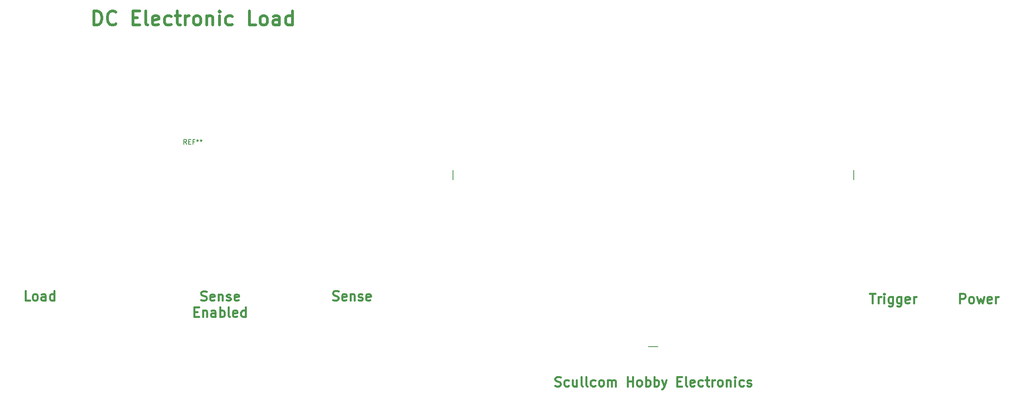
<source format=gbr>
%TF.GenerationSoftware,KiCad,Pcbnew,4.0.7-e2-6376~58~ubuntu16.04.1*%
%TF.CreationDate,2018-07-14T16:43:45-07:00*%
%TF.ProjectId,dcload,64636C6F61642E6B696361645F706362,rev?*%
%TF.FileFunction,Legend,Top*%
%FSLAX46Y46*%
G04 Gerber Fmt 4.6, Leading zero omitted, Abs format (unit mm)*
G04 Created by KiCad (PCBNEW 4.0.7-e2-6376~58~ubuntu16.04.1) date Sat Jul 14 16:43:45 2018*
%MOMM*%
%LPD*%
G01*
G04 APERTURE LIST*
%ADD10C,0.100000*%
%ADD11C,0.450000*%
%ADD12C,0.600000*%
%ADD13C,0.150000*%
G04 APERTURE END LIST*
D10*
D11*
X156190474Y-101059524D02*
X156476189Y-101154762D01*
X156952379Y-101154762D01*
X157142855Y-101059524D01*
X157238093Y-100964286D01*
X157333332Y-100773810D01*
X157333332Y-100583333D01*
X157238093Y-100392857D01*
X157142855Y-100297619D01*
X156952379Y-100202381D01*
X156571427Y-100107143D01*
X156380951Y-100011905D01*
X156285712Y-99916667D01*
X156190474Y-99726190D01*
X156190474Y-99535714D01*
X156285712Y-99345238D01*
X156380951Y-99250000D01*
X156571427Y-99154762D01*
X157047617Y-99154762D01*
X157333332Y-99250000D01*
X159047617Y-101059524D02*
X158857141Y-101154762D01*
X158476189Y-101154762D01*
X158285713Y-101059524D01*
X158190474Y-100964286D01*
X158095236Y-100773810D01*
X158095236Y-100202381D01*
X158190474Y-100011905D01*
X158285713Y-99916667D01*
X158476189Y-99821429D01*
X158857141Y-99821429D01*
X159047617Y-99916667D01*
X160761903Y-99821429D02*
X160761903Y-101154762D01*
X159904760Y-99821429D02*
X159904760Y-100869048D01*
X159999999Y-101059524D01*
X160190475Y-101154762D01*
X160476189Y-101154762D01*
X160666665Y-101059524D01*
X160761903Y-100964286D01*
X161999999Y-101154762D02*
X161809523Y-101059524D01*
X161714284Y-100869048D01*
X161714284Y-99154762D01*
X163047618Y-101154762D02*
X162857142Y-101059524D01*
X162761903Y-100869048D01*
X162761903Y-99154762D01*
X164666665Y-101059524D02*
X164476189Y-101154762D01*
X164095237Y-101154762D01*
X163904761Y-101059524D01*
X163809522Y-100964286D01*
X163714284Y-100773810D01*
X163714284Y-100202381D01*
X163809522Y-100011905D01*
X163904761Y-99916667D01*
X164095237Y-99821429D01*
X164476189Y-99821429D01*
X164666665Y-99916667D01*
X165809523Y-101154762D02*
X165619047Y-101059524D01*
X165523808Y-100964286D01*
X165428570Y-100773810D01*
X165428570Y-100202381D01*
X165523808Y-100011905D01*
X165619047Y-99916667D01*
X165809523Y-99821429D01*
X166095237Y-99821429D01*
X166285713Y-99916667D01*
X166380951Y-100011905D01*
X166476189Y-100202381D01*
X166476189Y-100773810D01*
X166380951Y-100964286D01*
X166285713Y-101059524D01*
X166095237Y-101154762D01*
X165809523Y-101154762D01*
X167333332Y-101154762D02*
X167333332Y-99821429D01*
X167333332Y-100011905D02*
X167428571Y-99916667D01*
X167619047Y-99821429D01*
X167904761Y-99821429D01*
X168095237Y-99916667D01*
X168190475Y-100107143D01*
X168190475Y-101154762D01*
X168190475Y-100107143D02*
X168285713Y-99916667D01*
X168476190Y-99821429D01*
X168761904Y-99821429D01*
X168952380Y-99916667D01*
X169047618Y-100107143D01*
X169047618Y-101154762D01*
X171523809Y-101154762D02*
X171523809Y-99154762D01*
X171523809Y-100107143D02*
X172666667Y-100107143D01*
X172666667Y-101154762D02*
X172666667Y-99154762D01*
X173904762Y-101154762D02*
X173714286Y-101059524D01*
X173619047Y-100964286D01*
X173523809Y-100773810D01*
X173523809Y-100202381D01*
X173619047Y-100011905D01*
X173714286Y-99916667D01*
X173904762Y-99821429D01*
X174190476Y-99821429D01*
X174380952Y-99916667D01*
X174476190Y-100011905D01*
X174571428Y-100202381D01*
X174571428Y-100773810D01*
X174476190Y-100964286D01*
X174380952Y-101059524D01*
X174190476Y-101154762D01*
X173904762Y-101154762D01*
X175428571Y-101154762D02*
X175428571Y-99154762D01*
X175428571Y-99916667D02*
X175619048Y-99821429D01*
X176000000Y-99821429D01*
X176190476Y-99916667D01*
X176285714Y-100011905D01*
X176380952Y-100202381D01*
X176380952Y-100773810D01*
X176285714Y-100964286D01*
X176190476Y-101059524D01*
X176000000Y-101154762D01*
X175619048Y-101154762D01*
X175428571Y-101059524D01*
X177238095Y-101154762D02*
X177238095Y-99154762D01*
X177238095Y-99916667D02*
X177428572Y-99821429D01*
X177809524Y-99821429D01*
X178000000Y-99916667D01*
X178095238Y-100011905D01*
X178190476Y-100202381D01*
X178190476Y-100773810D01*
X178095238Y-100964286D01*
X178000000Y-101059524D01*
X177809524Y-101154762D01*
X177428572Y-101154762D01*
X177238095Y-101059524D01*
X178857143Y-99821429D02*
X179333334Y-101154762D01*
X179809524Y-99821429D02*
X179333334Y-101154762D01*
X179142858Y-101630952D01*
X179047619Y-101726190D01*
X178857143Y-101821429D01*
X182095239Y-100107143D02*
X182761906Y-100107143D01*
X183047620Y-101154762D02*
X182095239Y-101154762D01*
X182095239Y-99154762D01*
X183047620Y-99154762D01*
X184190478Y-101154762D02*
X184000002Y-101059524D01*
X183904763Y-100869048D01*
X183904763Y-99154762D01*
X185714287Y-101059524D02*
X185523811Y-101154762D01*
X185142859Y-101154762D01*
X184952382Y-101059524D01*
X184857144Y-100869048D01*
X184857144Y-100107143D01*
X184952382Y-99916667D01*
X185142859Y-99821429D01*
X185523811Y-99821429D01*
X185714287Y-99916667D01*
X185809525Y-100107143D01*
X185809525Y-100297619D01*
X184857144Y-100488095D01*
X187523811Y-101059524D02*
X187333335Y-101154762D01*
X186952383Y-101154762D01*
X186761907Y-101059524D01*
X186666668Y-100964286D01*
X186571430Y-100773810D01*
X186571430Y-100202381D01*
X186666668Y-100011905D01*
X186761907Y-99916667D01*
X186952383Y-99821429D01*
X187333335Y-99821429D01*
X187523811Y-99916667D01*
X188095240Y-99821429D02*
X188857145Y-99821429D01*
X188380954Y-99154762D02*
X188380954Y-100869048D01*
X188476193Y-101059524D01*
X188666669Y-101154762D01*
X188857145Y-101154762D01*
X189523811Y-101154762D02*
X189523811Y-99821429D01*
X189523811Y-100202381D02*
X189619050Y-100011905D01*
X189714288Y-99916667D01*
X189904764Y-99821429D01*
X190095240Y-99821429D01*
X191047621Y-101154762D02*
X190857145Y-101059524D01*
X190761906Y-100964286D01*
X190666668Y-100773810D01*
X190666668Y-100202381D01*
X190761906Y-100011905D01*
X190857145Y-99916667D01*
X191047621Y-99821429D01*
X191333335Y-99821429D01*
X191523811Y-99916667D01*
X191619049Y-100011905D01*
X191714287Y-100202381D01*
X191714287Y-100773810D01*
X191619049Y-100964286D01*
X191523811Y-101059524D01*
X191333335Y-101154762D01*
X191047621Y-101154762D01*
X192571430Y-99821429D02*
X192571430Y-101154762D01*
X192571430Y-100011905D02*
X192666669Y-99916667D01*
X192857145Y-99821429D01*
X193142859Y-99821429D01*
X193333335Y-99916667D01*
X193428573Y-100107143D01*
X193428573Y-101154762D01*
X194380954Y-101154762D02*
X194380954Y-99821429D01*
X194380954Y-99154762D02*
X194285716Y-99250000D01*
X194380954Y-99345238D01*
X194476193Y-99250000D01*
X194380954Y-99154762D01*
X194380954Y-99345238D01*
X196190478Y-101059524D02*
X196000002Y-101154762D01*
X195619050Y-101154762D01*
X195428574Y-101059524D01*
X195333335Y-100964286D01*
X195238097Y-100773810D01*
X195238097Y-100202381D01*
X195333335Y-100011905D01*
X195428574Y-99916667D01*
X195619050Y-99821429D01*
X196000002Y-99821429D01*
X196190478Y-99916667D01*
X196952383Y-101059524D02*
X197142860Y-101154762D01*
X197523812Y-101154762D01*
X197714288Y-101059524D01*
X197809526Y-100869048D01*
X197809526Y-100773810D01*
X197714288Y-100583333D01*
X197523812Y-100488095D01*
X197238098Y-100488095D01*
X197047621Y-100392857D01*
X196952383Y-100202381D01*
X196952383Y-100107143D01*
X197047621Y-99916667D01*
X197238098Y-99821429D01*
X197523812Y-99821429D01*
X197714288Y-99916667D01*
D12*
X58178571Y-24357143D02*
X58178571Y-21357143D01*
X58892856Y-21357143D01*
X59321428Y-21500000D01*
X59607142Y-21785714D01*
X59749999Y-22071429D01*
X59892856Y-22642857D01*
X59892856Y-23071429D01*
X59749999Y-23642857D01*
X59607142Y-23928571D01*
X59321428Y-24214286D01*
X58892856Y-24357143D01*
X58178571Y-24357143D01*
X62892856Y-24071429D02*
X62749999Y-24214286D01*
X62321428Y-24357143D01*
X62035714Y-24357143D01*
X61607142Y-24214286D01*
X61321428Y-23928571D01*
X61178571Y-23642857D01*
X61035714Y-23071429D01*
X61035714Y-22642857D01*
X61178571Y-22071429D01*
X61321428Y-21785714D01*
X61607142Y-21500000D01*
X62035714Y-21357143D01*
X62321428Y-21357143D01*
X62749999Y-21500000D01*
X62892856Y-21642857D01*
X66464285Y-22785714D02*
X67464285Y-22785714D01*
X67892856Y-24357143D02*
X66464285Y-24357143D01*
X66464285Y-21357143D01*
X67892856Y-21357143D01*
X69607142Y-24357143D02*
X69321428Y-24214286D01*
X69178571Y-23928571D01*
X69178571Y-21357143D01*
X71892857Y-24214286D02*
X71607143Y-24357143D01*
X71035714Y-24357143D01*
X70750000Y-24214286D01*
X70607143Y-23928571D01*
X70607143Y-22785714D01*
X70750000Y-22500000D01*
X71035714Y-22357143D01*
X71607143Y-22357143D01*
X71892857Y-22500000D01*
X72035714Y-22785714D01*
X72035714Y-23071429D01*
X70607143Y-23357143D01*
X74607143Y-24214286D02*
X74321429Y-24357143D01*
X73750000Y-24357143D01*
X73464286Y-24214286D01*
X73321429Y-24071429D01*
X73178572Y-23785714D01*
X73178572Y-22928571D01*
X73321429Y-22642857D01*
X73464286Y-22500000D01*
X73750000Y-22357143D01*
X74321429Y-22357143D01*
X74607143Y-22500000D01*
X75464286Y-22357143D02*
X76607143Y-22357143D01*
X75892858Y-21357143D02*
X75892858Y-23928571D01*
X76035715Y-24214286D01*
X76321429Y-24357143D01*
X76607143Y-24357143D01*
X77607144Y-24357143D02*
X77607144Y-22357143D01*
X77607144Y-22928571D02*
X77750001Y-22642857D01*
X77892858Y-22500000D01*
X78178572Y-22357143D01*
X78464287Y-22357143D01*
X79892858Y-24357143D02*
X79607144Y-24214286D01*
X79464287Y-24071429D01*
X79321430Y-23785714D01*
X79321430Y-22928571D01*
X79464287Y-22642857D01*
X79607144Y-22500000D01*
X79892858Y-22357143D01*
X80321430Y-22357143D01*
X80607144Y-22500000D01*
X80750001Y-22642857D01*
X80892858Y-22928571D01*
X80892858Y-23785714D01*
X80750001Y-24071429D01*
X80607144Y-24214286D01*
X80321430Y-24357143D01*
X79892858Y-24357143D01*
X82178573Y-22357143D02*
X82178573Y-24357143D01*
X82178573Y-22642857D02*
X82321430Y-22500000D01*
X82607144Y-22357143D01*
X83035716Y-22357143D01*
X83321430Y-22500000D01*
X83464287Y-22785714D01*
X83464287Y-24357143D01*
X84892859Y-24357143D02*
X84892859Y-22357143D01*
X84892859Y-21357143D02*
X84750002Y-21500000D01*
X84892859Y-21642857D01*
X85035716Y-21500000D01*
X84892859Y-21357143D01*
X84892859Y-21642857D01*
X87607144Y-24214286D02*
X87321430Y-24357143D01*
X86750001Y-24357143D01*
X86464287Y-24214286D01*
X86321430Y-24071429D01*
X86178573Y-23785714D01*
X86178573Y-22928571D01*
X86321430Y-22642857D01*
X86464287Y-22500000D01*
X86750001Y-22357143D01*
X87321430Y-22357143D01*
X87607144Y-22500000D01*
X92607144Y-24357143D02*
X91178573Y-24357143D01*
X91178573Y-21357143D01*
X94035715Y-24357143D02*
X93750001Y-24214286D01*
X93607144Y-24071429D01*
X93464287Y-23785714D01*
X93464287Y-22928571D01*
X93607144Y-22642857D01*
X93750001Y-22500000D01*
X94035715Y-22357143D01*
X94464287Y-22357143D01*
X94750001Y-22500000D01*
X94892858Y-22642857D01*
X95035715Y-22928571D01*
X95035715Y-23785714D01*
X94892858Y-24071429D01*
X94750001Y-24214286D01*
X94464287Y-24357143D01*
X94035715Y-24357143D01*
X97607144Y-24357143D02*
X97607144Y-22785714D01*
X97464287Y-22500000D01*
X97178573Y-22357143D01*
X96607144Y-22357143D01*
X96321430Y-22500000D01*
X97607144Y-24214286D02*
X97321430Y-24357143D01*
X96607144Y-24357143D01*
X96321430Y-24214286D01*
X96178573Y-23928571D01*
X96178573Y-23642857D01*
X96321430Y-23357143D01*
X96607144Y-23214286D01*
X97321430Y-23214286D01*
X97607144Y-23071429D01*
X100321430Y-24357143D02*
X100321430Y-21357143D01*
X100321430Y-24214286D02*
X100035716Y-24357143D01*
X99464287Y-24357143D01*
X99178573Y-24214286D01*
X99035716Y-24071429D01*
X98892859Y-23785714D01*
X98892859Y-22928571D01*
X99035716Y-22642857D01*
X99178573Y-22500000D01*
X99464287Y-22357143D01*
X100035716Y-22357143D01*
X100321430Y-22500000D01*
D11*
X80999999Y-82834524D02*
X81285714Y-82929762D01*
X81761904Y-82929762D01*
X81952380Y-82834524D01*
X82047618Y-82739286D01*
X82142857Y-82548810D01*
X82142857Y-82358333D01*
X82047618Y-82167857D01*
X81952380Y-82072619D01*
X81761904Y-81977381D01*
X81380952Y-81882143D01*
X81190476Y-81786905D01*
X81095237Y-81691667D01*
X80999999Y-81501190D01*
X80999999Y-81310714D01*
X81095237Y-81120238D01*
X81190476Y-81025000D01*
X81380952Y-80929762D01*
X81857142Y-80929762D01*
X82142857Y-81025000D01*
X83761904Y-82834524D02*
X83571428Y-82929762D01*
X83190476Y-82929762D01*
X82999999Y-82834524D01*
X82904761Y-82644048D01*
X82904761Y-81882143D01*
X82999999Y-81691667D01*
X83190476Y-81596429D01*
X83571428Y-81596429D01*
X83761904Y-81691667D01*
X83857142Y-81882143D01*
X83857142Y-82072619D01*
X82904761Y-82263095D01*
X84714285Y-81596429D02*
X84714285Y-82929762D01*
X84714285Y-81786905D02*
X84809524Y-81691667D01*
X85000000Y-81596429D01*
X85285714Y-81596429D01*
X85476190Y-81691667D01*
X85571428Y-81882143D01*
X85571428Y-82929762D01*
X86428571Y-82834524D02*
X86619048Y-82929762D01*
X87000000Y-82929762D01*
X87190476Y-82834524D01*
X87285714Y-82644048D01*
X87285714Y-82548810D01*
X87190476Y-82358333D01*
X87000000Y-82263095D01*
X86714286Y-82263095D01*
X86523809Y-82167857D01*
X86428571Y-81977381D01*
X86428571Y-81882143D01*
X86523809Y-81691667D01*
X86714286Y-81596429D01*
X87000000Y-81596429D01*
X87190476Y-81691667D01*
X88904762Y-82834524D02*
X88714286Y-82929762D01*
X88333334Y-82929762D01*
X88142857Y-82834524D01*
X88047619Y-82644048D01*
X88047619Y-81882143D01*
X88142857Y-81691667D01*
X88333334Y-81596429D01*
X88714286Y-81596429D01*
X88904762Y-81691667D01*
X89000000Y-81882143D01*
X89000000Y-82072619D01*
X88047619Y-82263095D01*
X79571428Y-85332143D02*
X80238095Y-85332143D01*
X80523809Y-86379762D02*
X79571428Y-86379762D01*
X79571428Y-84379762D01*
X80523809Y-84379762D01*
X81380952Y-85046429D02*
X81380952Y-86379762D01*
X81380952Y-85236905D02*
X81476191Y-85141667D01*
X81666667Y-85046429D01*
X81952381Y-85046429D01*
X82142857Y-85141667D01*
X82238095Y-85332143D01*
X82238095Y-86379762D01*
X84047619Y-86379762D02*
X84047619Y-85332143D01*
X83952381Y-85141667D01*
X83761905Y-85046429D01*
X83380953Y-85046429D01*
X83190476Y-85141667D01*
X84047619Y-86284524D02*
X83857143Y-86379762D01*
X83380953Y-86379762D01*
X83190476Y-86284524D01*
X83095238Y-86094048D01*
X83095238Y-85903571D01*
X83190476Y-85713095D01*
X83380953Y-85617857D01*
X83857143Y-85617857D01*
X84047619Y-85522619D01*
X85000000Y-86379762D02*
X85000000Y-84379762D01*
X85000000Y-85141667D02*
X85190477Y-85046429D01*
X85571429Y-85046429D01*
X85761905Y-85141667D01*
X85857143Y-85236905D01*
X85952381Y-85427381D01*
X85952381Y-85998810D01*
X85857143Y-86189286D01*
X85761905Y-86284524D01*
X85571429Y-86379762D01*
X85190477Y-86379762D01*
X85000000Y-86284524D01*
X87095239Y-86379762D02*
X86904763Y-86284524D01*
X86809524Y-86094048D01*
X86809524Y-84379762D01*
X88619048Y-86284524D02*
X88428572Y-86379762D01*
X88047620Y-86379762D01*
X87857143Y-86284524D01*
X87761905Y-86094048D01*
X87761905Y-85332143D01*
X87857143Y-85141667D01*
X88047620Y-85046429D01*
X88428572Y-85046429D01*
X88619048Y-85141667D01*
X88714286Y-85332143D01*
X88714286Y-85522619D01*
X87761905Y-85713095D01*
X90428572Y-86379762D02*
X90428572Y-84379762D01*
X90428572Y-86284524D02*
X90238096Y-86379762D01*
X89857144Y-86379762D01*
X89666668Y-86284524D01*
X89571429Y-86189286D01*
X89476191Y-85998810D01*
X89476191Y-85427381D01*
X89571429Y-85236905D01*
X89666668Y-85141667D01*
X89857144Y-85046429D01*
X90238096Y-85046429D01*
X90428572Y-85141667D01*
X44654761Y-82904762D02*
X43702380Y-82904762D01*
X43702380Y-80904762D01*
X45607143Y-82904762D02*
X45416667Y-82809524D01*
X45321428Y-82714286D01*
X45226190Y-82523810D01*
X45226190Y-81952381D01*
X45321428Y-81761905D01*
X45416667Y-81666667D01*
X45607143Y-81571429D01*
X45892857Y-81571429D01*
X46083333Y-81666667D01*
X46178571Y-81761905D01*
X46273809Y-81952381D01*
X46273809Y-82523810D01*
X46178571Y-82714286D01*
X46083333Y-82809524D01*
X45892857Y-82904762D01*
X45607143Y-82904762D01*
X47988095Y-82904762D02*
X47988095Y-81857143D01*
X47892857Y-81666667D01*
X47702381Y-81571429D01*
X47321429Y-81571429D01*
X47130952Y-81666667D01*
X47988095Y-82809524D02*
X47797619Y-82904762D01*
X47321429Y-82904762D01*
X47130952Y-82809524D01*
X47035714Y-82619048D01*
X47035714Y-82428571D01*
X47130952Y-82238095D01*
X47321429Y-82142857D01*
X47797619Y-82142857D01*
X47988095Y-82047619D01*
X49797619Y-82904762D02*
X49797619Y-80904762D01*
X49797619Y-82809524D02*
X49607143Y-82904762D01*
X49226191Y-82904762D01*
X49035715Y-82809524D01*
X48940476Y-82714286D01*
X48845238Y-82523810D01*
X48845238Y-81952381D01*
X48940476Y-81761905D01*
X49035715Y-81666667D01*
X49226191Y-81571429D01*
X49607143Y-81571429D01*
X49797619Y-81666667D01*
X108999999Y-82809524D02*
X109285714Y-82904762D01*
X109761904Y-82904762D01*
X109952380Y-82809524D01*
X110047618Y-82714286D01*
X110142857Y-82523810D01*
X110142857Y-82333333D01*
X110047618Y-82142857D01*
X109952380Y-82047619D01*
X109761904Y-81952381D01*
X109380952Y-81857143D01*
X109190476Y-81761905D01*
X109095237Y-81666667D01*
X108999999Y-81476190D01*
X108999999Y-81285714D01*
X109095237Y-81095238D01*
X109190476Y-81000000D01*
X109380952Y-80904762D01*
X109857142Y-80904762D01*
X110142857Y-81000000D01*
X111761904Y-82809524D02*
X111571428Y-82904762D01*
X111190476Y-82904762D01*
X110999999Y-82809524D01*
X110904761Y-82619048D01*
X110904761Y-81857143D01*
X110999999Y-81666667D01*
X111190476Y-81571429D01*
X111571428Y-81571429D01*
X111761904Y-81666667D01*
X111857142Y-81857143D01*
X111857142Y-82047619D01*
X110904761Y-82238095D01*
X112714285Y-81571429D02*
X112714285Y-82904762D01*
X112714285Y-81761905D02*
X112809524Y-81666667D01*
X113000000Y-81571429D01*
X113285714Y-81571429D01*
X113476190Y-81666667D01*
X113571428Y-81857143D01*
X113571428Y-82904762D01*
X114428571Y-82809524D02*
X114619048Y-82904762D01*
X115000000Y-82904762D01*
X115190476Y-82809524D01*
X115285714Y-82619048D01*
X115285714Y-82523810D01*
X115190476Y-82333333D01*
X115000000Y-82238095D01*
X114714286Y-82238095D01*
X114523809Y-82142857D01*
X114428571Y-81952381D01*
X114428571Y-81857143D01*
X114523809Y-81666667D01*
X114714286Y-81571429D01*
X115000000Y-81571429D01*
X115190476Y-81666667D01*
X116904762Y-82809524D02*
X116714286Y-82904762D01*
X116333334Y-82904762D01*
X116142857Y-82809524D01*
X116047619Y-82619048D01*
X116047619Y-81857143D01*
X116142857Y-81666667D01*
X116333334Y-81571429D01*
X116714286Y-81571429D01*
X116904762Y-81666667D01*
X117000000Y-81857143D01*
X117000000Y-82047619D01*
X116047619Y-82238095D01*
X222997619Y-81479762D02*
X224140476Y-81479762D01*
X223569048Y-83479762D02*
X223569048Y-81479762D01*
X224807143Y-83479762D02*
X224807143Y-82146429D01*
X224807143Y-82527381D02*
X224902382Y-82336905D01*
X224997620Y-82241667D01*
X225188096Y-82146429D01*
X225378572Y-82146429D01*
X226045238Y-83479762D02*
X226045238Y-82146429D01*
X226045238Y-81479762D02*
X225950000Y-81575000D01*
X226045238Y-81670238D01*
X226140477Y-81575000D01*
X226045238Y-81479762D01*
X226045238Y-81670238D01*
X227854762Y-82146429D02*
X227854762Y-83765476D01*
X227759524Y-83955952D01*
X227664286Y-84051190D01*
X227473810Y-84146429D01*
X227188096Y-84146429D01*
X226997619Y-84051190D01*
X227854762Y-83384524D02*
X227664286Y-83479762D01*
X227283334Y-83479762D01*
X227092858Y-83384524D01*
X226997619Y-83289286D01*
X226902381Y-83098810D01*
X226902381Y-82527381D01*
X226997619Y-82336905D01*
X227092858Y-82241667D01*
X227283334Y-82146429D01*
X227664286Y-82146429D01*
X227854762Y-82241667D01*
X229664286Y-82146429D02*
X229664286Y-83765476D01*
X229569048Y-83955952D01*
X229473810Y-84051190D01*
X229283334Y-84146429D01*
X228997620Y-84146429D01*
X228807143Y-84051190D01*
X229664286Y-83384524D02*
X229473810Y-83479762D01*
X229092858Y-83479762D01*
X228902382Y-83384524D01*
X228807143Y-83289286D01*
X228711905Y-83098810D01*
X228711905Y-82527381D01*
X228807143Y-82336905D01*
X228902382Y-82241667D01*
X229092858Y-82146429D01*
X229473810Y-82146429D01*
X229664286Y-82241667D01*
X231378572Y-83384524D02*
X231188096Y-83479762D01*
X230807144Y-83479762D01*
X230616667Y-83384524D01*
X230521429Y-83194048D01*
X230521429Y-82432143D01*
X230616667Y-82241667D01*
X230807144Y-82146429D01*
X231188096Y-82146429D01*
X231378572Y-82241667D01*
X231473810Y-82432143D01*
X231473810Y-82622619D01*
X230521429Y-82813095D01*
X232330953Y-83479762D02*
X232330953Y-82146429D01*
X232330953Y-82527381D02*
X232426192Y-82336905D01*
X232521430Y-82241667D01*
X232711906Y-82146429D01*
X232902382Y-82146429D01*
X242122619Y-83479762D02*
X242122619Y-81479762D01*
X242884524Y-81479762D01*
X243075000Y-81575000D01*
X243170239Y-81670238D01*
X243265477Y-81860714D01*
X243265477Y-82146429D01*
X243170239Y-82336905D01*
X243075000Y-82432143D01*
X242884524Y-82527381D01*
X242122619Y-82527381D01*
X244408334Y-83479762D02*
X244217858Y-83384524D01*
X244122619Y-83289286D01*
X244027381Y-83098810D01*
X244027381Y-82527381D01*
X244122619Y-82336905D01*
X244217858Y-82241667D01*
X244408334Y-82146429D01*
X244694048Y-82146429D01*
X244884524Y-82241667D01*
X244979762Y-82336905D01*
X245075000Y-82527381D01*
X245075000Y-83098810D01*
X244979762Y-83289286D01*
X244884524Y-83384524D01*
X244694048Y-83479762D01*
X244408334Y-83479762D01*
X245741667Y-82146429D02*
X246122620Y-83479762D01*
X246503572Y-82527381D01*
X246884524Y-83479762D01*
X247265477Y-82146429D01*
X248789286Y-83384524D02*
X248598810Y-83479762D01*
X248217858Y-83479762D01*
X248027381Y-83384524D01*
X247932143Y-83194048D01*
X247932143Y-82432143D01*
X248027381Y-82241667D01*
X248217858Y-82146429D01*
X248598810Y-82146429D01*
X248789286Y-82241667D01*
X248884524Y-82432143D01*
X248884524Y-82622619D01*
X247932143Y-82813095D01*
X249741667Y-83479762D02*
X249741667Y-82146429D01*
X249741667Y-82527381D02*
X249836906Y-82336905D01*
X249932144Y-82241667D01*
X250122620Y-82146429D01*
X250313096Y-82146429D01*
D13*
X219550000Y-57250000D02*
X219550000Y-55250000D01*
X176000000Y-92750000D02*
X178000000Y-92750000D01*
X134450000Y-55250000D02*
X134450000Y-57250000D01*
X77916667Y-49702381D02*
X77583333Y-49226190D01*
X77345238Y-49702381D02*
X77345238Y-48702381D01*
X77726191Y-48702381D01*
X77821429Y-48750000D01*
X77869048Y-48797619D01*
X77916667Y-48892857D01*
X77916667Y-49035714D01*
X77869048Y-49130952D01*
X77821429Y-49178571D01*
X77726191Y-49226190D01*
X77345238Y-49226190D01*
X78345238Y-49178571D02*
X78678572Y-49178571D01*
X78821429Y-49702381D02*
X78345238Y-49702381D01*
X78345238Y-48702381D01*
X78821429Y-48702381D01*
X79583334Y-49178571D02*
X79250000Y-49178571D01*
X79250000Y-49702381D02*
X79250000Y-48702381D01*
X79726191Y-48702381D01*
X80250000Y-48702381D02*
X80250000Y-48940476D01*
X80011905Y-48845238D02*
X80250000Y-48940476D01*
X80488096Y-48845238D01*
X80107143Y-49130952D02*
X80250000Y-48940476D01*
X80392858Y-49130952D01*
X81011905Y-48702381D02*
X81011905Y-48940476D01*
X80773810Y-48845238D02*
X81011905Y-48940476D01*
X81250001Y-48845238D01*
X80869048Y-49130952D02*
X81011905Y-48940476D01*
X81154763Y-49130952D01*
M02*

</source>
